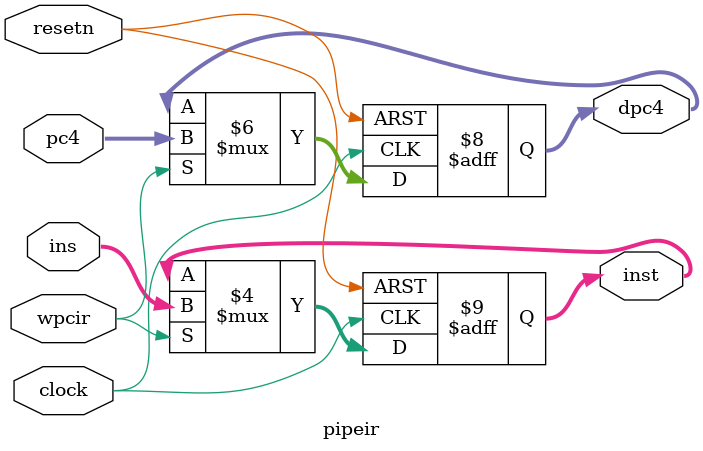
<source format=v>
module pipeir(pc4,ins,wpcir,clock,resetn, dpc4,inst);
	input [31:0] pc4, ins;
	input wpcir, clock, resetn;
	output reg [31:0] dpc4, inst;
	
	always @(posedge clock or negedge resetn)
	begin
		if(resetn == 0)
		begin
			inst <= 0;
			dpc4 <= 0;
		end
		else
			if(wpcir != 0)
			begin
				inst <= ins;
				dpc4 <= pc4;
			end
	end
endmodule 
</source>
